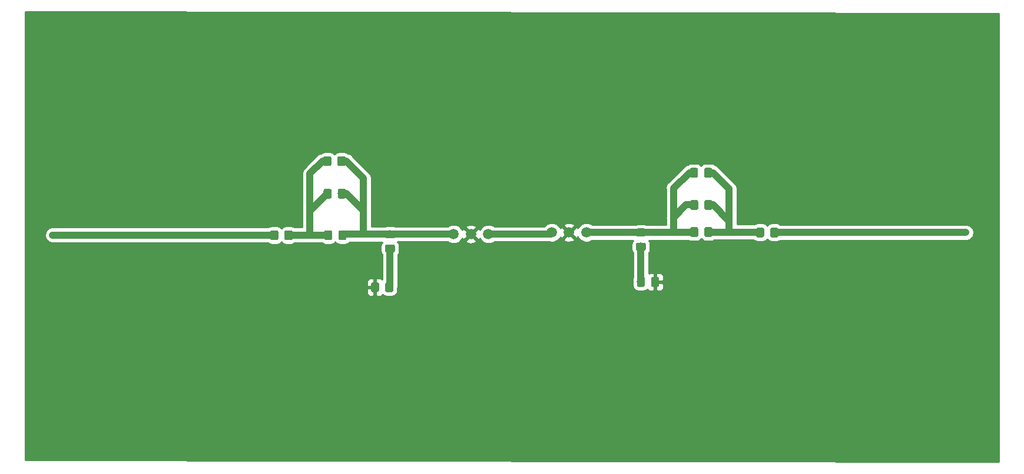
<source format=gtl>
G04 #@! TF.GenerationSoftware,KiCad,Pcbnew,(5.0.1-3-g963ef8bb5)*
G04 #@! TF.CreationDate,2019-03-13T12:13:05-07:00*
G04 #@! TF.ProjectId,10.7MHz Impedance Match Test Board,31302E374D487A20496D706564616E63,rev?*
G04 #@! TF.SameCoordinates,Original*
G04 #@! TF.FileFunction,Copper,L1,Top,Signal*
G04 #@! TF.FilePolarity,Positive*
%FSLAX46Y46*%
G04 Gerber Fmt 4.6, Leading zero omitted, Abs format (unit mm)*
G04 Created by KiCad (PCBNEW (5.0.1-3-g963ef8bb5)) date Wednesday, March 13, 2019 at 12:13:05 PM*
%MOMM*%
%LPD*%
G01*
G04 APERTURE LIST*
G04 #@! TA.AperFunction,Conductor*
%ADD10C,0.100000*%
G04 #@! TD*
G04 #@! TA.AperFunction,SMDPad,CuDef*
%ADD11C,1.150000*%
G04 #@! TD*
G04 #@! TA.AperFunction,ComponentPad*
%ADD12C,1.500000*%
G04 #@! TD*
G04 #@! TA.AperFunction,Conductor*
%ADD13C,0.250000*%
G04 #@! TD*
G04 #@! TA.AperFunction,Conductor*
%ADD14C,1.000000*%
G04 #@! TD*
G04 #@! TA.AperFunction,Conductor*
%ADD15C,0.254000*%
G04 #@! TD*
G04 APERTURE END LIST*
D10*
G04 #@! TO.N,Net-(C1-Pad1)*
G04 #@! TO.C,C1*
G36*
X217318879Y-66801776D02*
X217343147Y-66805376D01*
X217366946Y-66811337D01*
X217390045Y-66819602D01*
X217412224Y-66830092D01*
X217433267Y-66842704D01*
X217452973Y-66857319D01*
X217471151Y-66873795D01*
X217487627Y-66891973D01*
X217502242Y-66911679D01*
X217514854Y-66932722D01*
X217525344Y-66954901D01*
X217533609Y-66978000D01*
X217539570Y-67001799D01*
X217543170Y-67026067D01*
X217544374Y-67050571D01*
X217544374Y-67950573D01*
X217543170Y-67975077D01*
X217539570Y-67999345D01*
X217533609Y-68023144D01*
X217525344Y-68046243D01*
X217514854Y-68068422D01*
X217502242Y-68089465D01*
X217487627Y-68109171D01*
X217471151Y-68127349D01*
X217452973Y-68143825D01*
X217433267Y-68158440D01*
X217412224Y-68171052D01*
X217390045Y-68181542D01*
X217366946Y-68189807D01*
X217343147Y-68195768D01*
X217318879Y-68199368D01*
X217294375Y-68200572D01*
X216644373Y-68200572D01*
X216619869Y-68199368D01*
X216595601Y-68195768D01*
X216571802Y-68189807D01*
X216548703Y-68181542D01*
X216526524Y-68171052D01*
X216505481Y-68158440D01*
X216485775Y-68143825D01*
X216467597Y-68127349D01*
X216451121Y-68109171D01*
X216436506Y-68089465D01*
X216423894Y-68068422D01*
X216413404Y-68046243D01*
X216405139Y-68023144D01*
X216399178Y-67999345D01*
X216395578Y-67975077D01*
X216394374Y-67950573D01*
X216394374Y-67050571D01*
X216395578Y-67026067D01*
X216399178Y-67001799D01*
X216405139Y-66978000D01*
X216413404Y-66954901D01*
X216423894Y-66932722D01*
X216436506Y-66911679D01*
X216451121Y-66891973D01*
X216467597Y-66873795D01*
X216485775Y-66857319D01*
X216505481Y-66842704D01*
X216526524Y-66830092D01*
X216548703Y-66819602D01*
X216571802Y-66811337D01*
X216595601Y-66805376D01*
X216619869Y-66801776D01*
X216644373Y-66800572D01*
X217294375Y-66800572D01*
X217318879Y-66801776D01*
X217318879Y-66801776D01*
G37*
D11*
G04 #@! TD*
G04 #@! TO.P,C1,1*
G04 #@! TO.N,Net-(C1-Pad1)*
X216969374Y-67500572D03*
D10*
G04 #@! TO.N,Net-(C1-Pad2)*
G04 #@! TO.C,C1*
G36*
X215268879Y-66801776D02*
X215293147Y-66805376D01*
X215316946Y-66811337D01*
X215340045Y-66819602D01*
X215362224Y-66830092D01*
X215383267Y-66842704D01*
X215402973Y-66857319D01*
X215421151Y-66873795D01*
X215437627Y-66891973D01*
X215452242Y-66911679D01*
X215464854Y-66932722D01*
X215475344Y-66954901D01*
X215483609Y-66978000D01*
X215489570Y-67001799D01*
X215493170Y-67026067D01*
X215494374Y-67050571D01*
X215494374Y-67950573D01*
X215493170Y-67975077D01*
X215489570Y-67999345D01*
X215483609Y-68023144D01*
X215475344Y-68046243D01*
X215464854Y-68068422D01*
X215452242Y-68089465D01*
X215437627Y-68109171D01*
X215421151Y-68127349D01*
X215402973Y-68143825D01*
X215383267Y-68158440D01*
X215362224Y-68171052D01*
X215340045Y-68181542D01*
X215316946Y-68189807D01*
X215293147Y-68195768D01*
X215268879Y-68199368D01*
X215244375Y-68200572D01*
X214594373Y-68200572D01*
X214569869Y-68199368D01*
X214545601Y-68195768D01*
X214521802Y-68189807D01*
X214498703Y-68181542D01*
X214476524Y-68171052D01*
X214455481Y-68158440D01*
X214435775Y-68143825D01*
X214417597Y-68127349D01*
X214401121Y-68109171D01*
X214386506Y-68089465D01*
X214373894Y-68068422D01*
X214363404Y-68046243D01*
X214355139Y-68023144D01*
X214349178Y-67999345D01*
X214345578Y-67975077D01*
X214344374Y-67950573D01*
X214344374Y-67050571D01*
X214345578Y-67026067D01*
X214349178Y-67001799D01*
X214355139Y-66978000D01*
X214363404Y-66954901D01*
X214373894Y-66932722D01*
X214386506Y-66911679D01*
X214401121Y-66891973D01*
X214417597Y-66873795D01*
X214435775Y-66857319D01*
X214455481Y-66842704D01*
X214476524Y-66830092D01*
X214498703Y-66819602D01*
X214521802Y-66811337D01*
X214545601Y-66805376D01*
X214569869Y-66801776D01*
X214594373Y-66800572D01*
X215244375Y-66800572D01*
X215268879Y-66801776D01*
X215268879Y-66801776D01*
G37*
D11*
G04 #@! TD*
G04 #@! TO.P,C1,2*
G04 #@! TO.N,Net-(C1-Pad2)*
X214919374Y-67500572D03*
D10*
G04 #@! TO.N,Net-(C1-Pad2)*
G04 #@! TO.C,C2*
G36*
X215239880Y-58251777D02*
X215264148Y-58255377D01*
X215287947Y-58261338D01*
X215311046Y-58269603D01*
X215333225Y-58280093D01*
X215354268Y-58292705D01*
X215373974Y-58307320D01*
X215392152Y-58323796D01*
X215408628Y-58341974D01*
X215423243Y-58361680D01*
X215435855Y-58382723D01*
X215446345Y-58404902D01*
X215454610Y-58428001D01*
X215460571Y-58451800D01*
X215464171Y-58476068D01*
X215465375Y-58500572D01*
X215465375Y-59400574D01*
X215464171Y-59425078D01*
X215460571Y-59449346D01*
X215454610Y-59473145D01*
X215446345Y-59496244D01*
X215435855Y-59518423D01*
X215423243Y-59539466D01*
X215408628Y-59559172D01*
X215392152Y-59577350D01*
X215373974Y-59593826D01*
X215354268Y-59608441D01*
X215333225Y-59621053D01*
X215311046Y-59631543D01*
X215287947Y-59639808D01*
X215264148Y-59645769D01*
X215239880Y-59649369D01*
X215215376Y-59650573D01*
X214565374Y-59650573D01*
X214540870Y-59649369D01*
X214516602Y-59645769D01*
X214492803Y-59639808D01*
X214469704Y-59631543D01*
X214447525Y-59621053D01*
X214426482Y-59608441D01*
X214406776Y-59593826D01*
X214388598Y-59577350D01*
X214372122Y-59559172D01*
X214357507Y-59539466D01*
X214344895Y-59518423D01*
X214334405Y-59496244D01*
X214326140Y-59473145D01*
X214320179Y-59449346D01*
X214316579Y-59425078D01*
X214315375Y-59400574D01*
X214315375Y-58500572D01*
X214316579Y-58476068D01*
X214320179Y-58451800D01*
X214326140Y-58428001D01*
X214334405Y-58404902D01*
X214344895Y-58382723D01*
X214357507Y-58361680D01*
X214372122Y-58341974D01*
X214388598Y-58323796D01*
X214406776Y-58307320D01*
X214426482Y-58292705D01*
X214447525Y-58280093D01*
X214469704Y-58269603D01*
X214492803Y-58261338D01*
X214516602Y-58255377D01*
X214540870Y-58251777D01*
X214565374Y-58250573D01*
X215215376Y-58250573D01*
X215239880Y-58251777D01*
X215239880Y-58251777D01*
G37*
D11*
G04 #@! TD*
G04 #@! TO.P,C2,2*
G04 #@! TO.N,Net-(C1-Pad2)*
X214890375Y-58950573D03*
D10*
G04 #@! TO.N,Net-(C1-Pad1)*
G04 #@! TO.C,C2*
G36*
X217289880Y-58251777D02*
X217314148Y-58255377D01*
X217337947Y-58261338D01*
X217361046Y-58269603D01*
X217383225Y-58280093D01*
X217404268Y-58292705D01*
X217423974Y-58307320D01*
X217442152Y-58323796D01*
X217458628Y-58341974D01*
X217473243Y-58361680D01*
X217485855Y-58382723D01*
X217496345Y-58404902D01*
X217504610Y-58428001D01*
X217510571Y-58451800D01*
X217514171Y-58476068D01*
X217515375Y-58500572D01*
X217515375Y-59400574D01*
X217514171Y-59425078D01*
X217510571Y-59449346D01*
X217504610Y-59473145D01*
X217496345Y-59496244D01*
X217485855Y-59518423D01*
X217473243Y-59539466D01*
X217458628Y-59559172D01*
X217442152Y-59577350D01*
X217423974Y-59593826D01*
X217404268Y-59608441D01*
X217383225Y-59621053D01*
X217361046Y-59631543D01*
X217337947Y-59639808D01*
X217314148Y-59645769D01*
X217289880Y-59649369D01*
X217265376Y-59650573D01*
X216615374Y-59650573D01*
X216590870Y-59649369D01*
X216566602Y-59645769D01*
X216542803Y-59639808D01*
X216519704Y-59631543D01*
X216497525Y-59621053D01*
X216476482Y-59608441D01*
X216456776Y-59593826D01*
X216438598Y-59577350D01*
X216422122Y-59559172D01*
X216407507Y-59539466D01*
X216394895Y-59518423D01*
X216384405Y-59496244D01*
X216376140Y-59473145D01*
X216370179Y-59449346D01*
X216366579Y-59425078D01*
X216365375Y-59400574D01*
X216365375Y-58500572D01*
X216366579Y-58476068D01*
X216370179Y-58451800D01*
X216376140Y-58428001D01*
X216384405Y-58404902D01*
X216394895Y-58382723D01*
X216407507Y-58361680D01*
X216422122Y-58341974D01*
X216438598Y-58323796D01*
X216456776Y-58307320D01*
X216476482Y-58292705D01*
X216497525Y-58280093D01*
X216519704Y-58269603D01*
X216542803Y-58261338D01*
X216566602Y-58255377D01*
X216590870Y-58251777D01*
X216615374Y-58250573D01*
X217265376Y-58250573D01*
X217289880Y-58251777D01*
X217289880Y-58251777D01*
G37*
D11*
G04 #@! TD*
G04 #@! TO.P,C2,1*
G04 #@! TO.N,Net-(C1-Pad1)*
X216940375Y-58950573D03*
D10*
G04 #@! TO.N,Net-(C3-Pad1)*
G04 #@! TO.C,C3*
G36*
X162519505Y-56578204D02*
X162543773Y-56581804D01*
X162567572Y-56587765D01*
X162590671Y-56596030D01*
X162612850Y-56606520D01*
X162633893Y-56619132D01*
X162653599Y-56633747D01*
X162671777Y-56650223D01*
X162688253Y-56668401D01*
X162702868Y-56688107D01*
X162715480Y-56709150D01*
X162725970Y-56731329D01*
X162734235Y-56754428D01*
X162740196Y-56778227D01*
X162743796Y-56802495D01*
X162745000Y-56826999D01*
X162745000Y-57727001D01*
X162743796Y-57751505D01*
X162740196Y-57775773D01*
X162734235Y-57799572D01*
X162725970Y-57822671D01*
X162715480Y-57844850D01*
X162702868Y-57865893D01*
X162688253Y-57885599D01*
X162671777Y-57903777D01*
X162653599Y-57920253D01*
X162633893Y-57934868D01*
X162612850Y-57947480D01*
X162590671Y-57957970D01*
X162567572Y-57966235D01*
X162543773Y-57972196D01*
X162519505Y-57975796D01*
X162495001Y-57977000D01*
X161844999Y-57977000D01*
X161820495Y-57975796D01*
X161796227Y-57972196D01*
X161772428Y-57966235D01*
X161749329Y-57957970D01*
X161727150Y-57947480D01*
X161706107Y-57934868D01*
X161686401Y-57920253D01*
X161668223Y-57903777D01*
X161651747Y-57885599D01*
X161637132Y-57865893D01*
X161624520Y-57844850D01*
X161614030Y-57822671D01*
X161605765Y-57799572D01*
X161599804Y-57775773D01*
X161596204Y-57751505D01*
X161595000Y-57727001D01*
X161595000Y-56826999D01*
X161596204Y-56802495D01*
X161599804Y-56778227D01*
X161605765Y-56754428D01*
X161614030Y-56731329D01*
X161624520Y-56709150D01*
X161637132Y-56688107D01*
X161651747Y-56668401D01*
X161668223Y-56650223D01*
X161686401Y-56633747D01*
X161706107Y-56619132D01*
X161727150Y-56606520D01*
X161749329Y-56596030D01*
X161772428Y-56587765D01*
X161796227Y-56581804D01*
X161820495Y-56578204D01*
X161844999Y-56577000D01*
X162495001Y-56577000D01*
X162519505Y-56578204D01*
X162519505Y-56578204D01*
G37*
D11*
G04 #@! TD*
G04 #@! TO.P,C3,1*
G04 #@! TO.N,Net-(C3-Pad1)*
X162170000Y-57277000D03*
D10*
G04 #@! TO.N,Net-(C3-Pad2)*
G04 #@! TO.C,C3*
G36*
X164569505Y-56578204D02*
X164593773Y-56581804D01*
X164617572Y-56587765D01*
X164640671Y-56596030D01*
X164662850Y-56606520D01*
X164683893Y-56619132D01*
X164703599Y-56633747D01*
X164721777Y-56650223D01*
X164738253Y-56668401D01*
X164752868Y-56688107D01*
X164765480Y-56709150D01*
X164775970Y-56731329D01*
X164784235Y-56754428D01*
X164790196Y-56778227D01*
X164793796Y-56802495D01*
X164795000Y-56826999D01*
X164795000Y-57727001D01*
X164793796Y-57751505D01*
X164790196Y-57775773D01*
X164784235Y-57799572D01*
X164775970Y-57822671D01*
X164765480Y-57844850D01*
X164752868Y-57865893D01*
X164738253Y-57885599D01*
X164721777Y-57903777D01*
X164703599Y-57920253D01*
X164683893Y-57934868D01*
X164662850Y-57947480D01*
X164640671Y-57957970D01*
X164617572Y-57966235D01*
X164593773Y-57972196D01*
X164569505Y-57975796D01*
X164545001Y-57977000D01*
X163894999Y-57977000D01*
X163870495Y-57975796D01*
X163846227Y-57972196D01*
X163822428Y-57966235D01*
X163799329Y-57957970D01*
X163777150Y-57947480D01*
X163756107Y-57934868D01*
X163736401Y-57920253D01*
X163718223Y-57903777D01*
X163701747Y-57885599D01*
X163687132Y-57865893D01*
X163674520Y-57844850D01*
X163664030Y-57822671D01*
X163655765Y-57799572D01*
X163649804Y-57775773D01*
X163646204Y-57751505D01*
X163645000Y-57727001D01*
X163645000Y-56826999D01*
X163646204Y-56802495D01*
X163649804Y-56778227D01*
X163655765Y-56754428D01*
X163664030Y-56731329D01*
X163674520Y-56709150D01*
X163687132Y-56688107D01*
X163701747Y-56668401D01*
X163718223Y-56650223D01*
X163736401Y-56633747D01*
X163756107Y-56619132D01*
X163777150Y-56606520D01*
X163799329Y-56596030D01*
X163822428Y-56587765D01*
X163846227Y-56581804D01*
X163870495Y-56578204D01*
X163894999Y-56577000D01*
X164545001Y-56577000D01*
X164569505Y-56578204D01*
X164569505Y-56578204D01*
G37*
D11*
G04 #@! TD*
G04 #@! TO.P,C3,2*
G04 #@! TO.N,Net-(C3-Pad2)*
X164220000Y-57277000D03*
D10*
G04 #@! TO.N,Net-(C1-Pad1)*
G04 #@! TO.C,C4*
G36*
X217318879Y-62901776D02*
X217343147Y-62905376D01*
X217366946Y-62911337D01*
X217390045Y-62919602D01*
X217412224Y-62930092D01*
X217433267Y-62942704D01*
X217452973Y-62957319D01*
X217471151Y-62973795D01*
X217487627Y-62991973D01*
X217502242Y-63011679D01*
X217514854Y-63032722D01*
X217525344Y-63054901D01*
X217533609Y-63078000D01*
X217539570Y-63101799D01*
X217543170Y-63126067D01*
X217544374Y-63150571D01*
X217544374Y-64050573D01*
X217543170Y-64075077D01*
X217539570Y-64099345D01*
X217533609Y-64123144D01*
X217525344Y-64146243D01*
X217514854Y-64168422D01*
X217502242Y-64189465D01*
X217487627Y-64209171D01*
X217471151Y-64227349D01*
X217452973Y-64243825D01*
X217433267Y-64258440D01*
X217412224Y-64271052D01*
X217390045Y-64281542D01*
X217366946Y-64289807D01*
X217343147Y-64295768D01*
X217318879Y-64299368D01*
X217294375Y-64300572D01*
X216644373Y-64300572D01*
X216619869Y-64299368D01*
X216595601Y-64295768D01*
X216571802Y-64289807D01*
X216548703Y-64281542D01*
X216526524Y-64271052D01*
X216505481Y-64258440D01*
X216485775Y-64243825D01*
X216467597Y-64227349D01*
X216451121Y-64209171D01*
X216436506Y-64189465D01*
X216423894Y-64168422D01*
X216413404Y-64146243D01*
X216405139Y-64123144D01*
X216399178Y-64099345D01*
X216395578Y-64075077D01*
X216394374Y-64050573D01*
X216394374Y-63150571D01*
X216395578Y-63126067D01*
X216399178Y-63101799D01*
X216405139Y-63078000D01*
X216413404Y-63054901D01*
X216423894Y-63032722D01*
X216436506Y-63011679D01*
X216451121Y-62991973D01*
X216467597Y-62973795D01*
X216485775Y-62957319D01*
X216505481Y-62942704D01*
X216526524Y-62930092D01*
X216548703Y-62919602D01*
X216571802Y-62911337D01*
X216595601Y-62905376D01*
X216619869Y-62901776D01*
X216644373Y-62900572D01*
X217294375Y-62900572D01*
X217318879Y-62901776D01*
X217318879Y-62901776D01*
G37*
D11*
G04 #@! TD*
G04 #@! TO.P,C4,1*
G04 #@! TO.N,Net-(C1-Pad1)*
X216969374Y-63600572D03*
D10*
G04 #@! TO.N,Net-(C1-Pad2)*
G04 #@! TO.C,C4*
G36*
X215268879Y-62901776D02*
X215293147Y-62905376D01*
X215316946Y-62911337D01*
X215340045Y-62919602D01*
X215362224Y-62930092D01*
X215383267Y-62942704D01*
X215402973Y-62957319D01*
X215421151Y-62973795D01*
X215437627Y-62991973D01*
X215452242Y-63011679D01*
X215464854Y-63032722D01*
X215475344Y-63054901D01*
X215483609Y-63078000D01*
X215489570Y-63101799D01*
X215493170Y-63126067D01*
X215494374Y-63150571D01*
X215494374Y-64050573D01*
X215493170Y-64075077D01*
X215489570Y-64099345D01*
X215483609Y-64123144D01*
X215475344Y-64146243D01*
X215464854Y-64168422D01*
X215452242Y-64189465D01*
X215437627Y-64209171D01*
X215421151Y-64227349D01*
X215402973Y-64243825D01*
X215383267Y-64258440D01*
X215362224Y-64271052D01*
X215340045Y-64281542D01*
X215316946Y-64289807D01*
X215293147Y-64295768D01*
X215268879Y-64299368D01*
X215244375Y-64300572D01*
X214594373Y-64300572D01*
X214569869Y-64299368D01*
X214545601Y-64295768D01*
X214521802Y-64289807D01*
X214498703Y-64281542D01*
X214476524Y-64271052D01*
X214455481Y-64258440D01*
X214435775Y-64243825D01*
X214417597Y-64227349D01*
X214401121Y-64209171D01*
X214386506Y-64189465D01*
X214373894Y-64168422D01*
X214363404Y-64146243D01*
X214355139Y-64123144D01*
X214349178Y-64099345D01*
X214345578Y-64075077D01*
X214344374Y-64050573D01*
X214344374Y-63150571D01*
X214345578Y-63126067D01*
X214349178Y-63101799D01*
X214355139Y-63078000D01*
X214363404Y-63054901D01*
X214373894Y-63032722D01*
X214386506Y-63011679D01*
X214401121Y-62991973D01*
X214417597Y-62973795D01*
X214435775Y-62957319D01*
X214455481Y-62942704D01*
X214476524Y-62930092D01*
X214498703Y-62919602D01*
X214521802Y-62911337D01*
X214545601Y-62905376D01*
X214569869Y-62901776D01*
X214594373Y-62900572D01*
X215244375Y-62900572D01*
X215268879Y-62901776D01*
X215268879Y-62901776D01*
G37*
D11*
G04 #@! TD*
G04 #@! TO.P,C4,2*
G04 #@! TO.N,Net-(C1-Pad2)*
X214919374Y-63600572D03*
D10*
G04 #@! TO.N,Net-(C3-Pad2)*
G04 #@! TO.C,C5*
G36*
X164607506Y-61281205D02*
X164631774Y-61284805D01*
X164655573Y-61290766D01*
X164678672Y-61299031D01*
X164700851Y-61309521D01*
X164721894Y-61322133D01*
X164741600Y-61336748D01*
X164759778Y-61353224D01*
X164776254Y-61371402D01*
X164790869Y-61391108D01*
X164803481Y-61412151D01*
X164813971Y-61434330D01*
X164822236Y-61457429D01*
X164828197Y-61481228D01*
X164831797Y-61505496D01*
X164833001Y-61530000D01*
X164833001Y-62430002D01*
X164831797Y-62454506D01*
X164828197Y-62478774D01*
X164822236Y-62502573D01*
X164813971Y-62525672D01*
X164803481Y-62547851D01*
X164790869Y-62568894D01*
X164776254Y-62588600D01*
X164759778Y-62606778D01*
X164741600Y-62623254D01*
X164721894Y-62637869D01*
X164700851Y-62650481D01*
X164678672Y-62660971D01*
X164655573Y-62669236D01*
X164631774Y-62675197D01*
X164607506Y-62678797D01*
X164583002Y-62680001D01*
X163933000Y-62680001D01*
X163908496Y-62678797D01*
X163884228Y-62675197D01*
X163860429Y-62669236D01*
X163837330Y-62660971D01*
X163815151Y-62650481D01*
X163794108Y-62637869D01*
X163774402Y-62623254D01*
X163756224Y-62606778D01*
X163739748Y-62588600D01*
X163725133Y-62568894D01*
X163712521Y-62547851D01*
X163702031Y-62525672D01*
X163693766Y-62502573D01*
X163687805Y-62478774D01*
X163684205Y-62454506D01*
X163683001Y-62430002D01*
X163683001Y-61530000D01*
X163684205Y-61505496D01*
X163687805Y-61481228D01*
X163693766Y-61457429D01*
X163702031Y-61434330D01*
X163712521Y-61412151D01*
X163725133Y-61391108D01*
X163739748Y-61371402D01*
X163756224Y-61353224D01*
X163774402Y-61336748D01*
X163794108Y-61322133D01*
X163815151Y-61309521D01*
X163837330Y-61299031D01*
X163860429Y-61290766D01*
X163884228Y-61284805D01*
X163908496Y-61281205D01*
X163933000Y-61280001D01*
X164583002Y-61280001D01*
X164607506Y-61281205D01*
X164607506Y-61281205D01*
G37*
D11*
G04 #@! TD*
G04 #@! TO.P,C5,2*
G04 #@! TO.N,Net-(C3-Pad2)*
X164258001Y-61980001D03*
D10*
G04 #@! TO.N,Net-(C3-Pad1)*
G04 #@! TO.C,C5*
G36*
X162557506Y-61281205D02*
X162581774Y-61284805D01*
X162605573Y-61290766D01*
X162628672Y-61299031D01*
X162650851Y-61309521D01*
X162671894Y-61322133D01*
X162691600Y-61336748D01*
X162709778Y-61353224D01*
X162726254Y-61371402D01*
X162740869Y-61391108D01*
X162753481Y-61412151D01*
X162763971Y-61434330D01*
X162772236Y-61457429D01*
X162778197Y-61481228D01*
X162781797Y-61505496D01*
X162783001Y-61530000D01*
X162783001Y-62430002D01*
X162781797Y-62454506D01*
X162778197Y-62478774D01*
X162772236Y-62502573D01*
X162763971Y-62525672D01*
X162753481Y-62547851D01*
X162740869Y-62568894D01*
X162726254Y-62588600D01*
X162709778Y-62606778D01*
X162691600Y-62623254D01*
X162671894Y-62637869D01*
X162650851Y-62650481D01*
X162628672Y-62660971D01*
X162605573Y-62669236D01*
X162581774Y-62675197D01*
X162557506Y-62678797D01*
X162533002Y-62680001D01*
X161883000Y-62680001D01*
X161858496Y-62678797D01*
X161834228Y-62675197D01*
X161810429Y-62669236D01*
X161787330Y-62660971D01*
X161765151Y-62650481D01*
X161744108Y-62637869D01*
X161724402Y-62623254D01*
X161706224Y-62606778D01*
X161689748Y-62588600D01*
X161675133Y-62568894D01*
X161662521Y-62547851D01*
X161652031Y-62525672D01*
X161643766Y-62502573D01*
X161637805Y-62478774D01*
X161634205Y-62454506D01*
X161633001Y-62430002D01*
X161633001Y-61530000D01*
X161634205Y-61505496D01*
X161637805Y-61481228D01*
X161643766Y-61457429D01*
X161652031Y-61434330D01*
X161662521Y-61412151D01*
X161675133Y-61391108D01*
X161689748Y-61371402D01*
X161706224Y-61353224D01*
X161724402Y-61336748D01*
X161744108Y-61322133D01*
X161765151Y-61309521D01*
X161787330Y-61299031D01*
X161810429Y-61290766D01*
X161834228Y-61284805D01*
X161858496Y-61281205D01*
X161883000Y-61280001D01*
X162533002Y-61280001D01*
X162557506Y-61281205D01*
X162557506Y-61281205D01*
G37*
D11*
G04 #@! TD*
G04 #@! TO.P,C5,1*
G04 #@! TO.N,Net-(C3-Pad1)*
X162208001Y-61980001D03*
D10*
G04 #@! TO.N,Net-(C3-Pad2)*
G04 #@! TO.C,C6*
G36*
X164696505Y-67246204D02*
X164720773Y-67249804D01*
X164744572Y-67255765D01*
X164767671Y-67264030D01*
X164789850Y-67274520D01*
X164810893Y-67287132D01*
X164830599Y-67301747D01*
X164848777Y-67318223D01*
X164865253Y-67336401D01*
X164879868Y-67356107D01*
X164892480Y-67377150D01*
X164902970Y-67399329D01*
X164911235Y-67422428D01*
X164917196Y-67446227D01*
X164920796Y-67470495D01*
X164922000Y-67494999D01*
X164922000Y-68395001D01*
X164920796Y-68419505D01*
X164917196Y-68443773D01*
X164911235Y-68467572D01*
X164902970Y-68490671D01*
X164892480Y-68512850D01*
X164879868Y-68533893D01*
X164865253Y-68553599D01*
X164848777Y-68571777D01*
X164830599Y-68588253D01*
X164810893Y-68602868D01*
X164789850Y-68615480D01*
X164767671Y-68625970D01*
X164744572Y-68634235D01*
X164720773Y-68640196D01*
X164696505Y-68643796D01*
X164672001Y-68645000D01*
X164021999Y-68645000D01*
X163997495Y-68643796D01*
X163973227Y-68640196D01*
X163949428Y-68634235D01*
X163926329Y-68625970D01*
X163904150Y-68615480D01*
X163883107Y-68602868D01*
X163863401Y-68588253D01*
X163845223Y-68571777D01*
X163828747Y-68553599D01*
X163814132Y-68533893D01*
X163801520Y-68512850D01*
X163791030Y-68490671D01*
X163782765Y-68467572D01*
X163776804Y-68443773D01*
X163773204Y-68419505D01*
X163772000Y-68395001D01*
X163772000Y-67494999D01*
X163773204Y-67470495D01*
X163776804Y-67446227D01*
X163782765Y-67422428D01*
X163791030Y-67399329D01*
X163801520Y-67377150D01*
X163814132Y-67356107D01*
X163828747Y-67336401D01*
X163845223Y-67318223D01*
X163863401Y-67301747D01*
X163883107Y-67287132D01*
X163904150Y-67274520D01*
X163926329Y-67264030D01*
X163949428Y-67255765D01*
X163973227Y-67249804D01*
X163997495Y-67246204D01*
X164021999Y-67245000D01*
X164672001Y-67245000D01*
X164696505Y-67246204D01*
X164696505Y-67246204D01*
G37*
D11*
G04 #@! TD*
G04 #@! TO.P,C6,2*
G04 #@! TO.N,Net-(C3-Pad2)*
X164347000Y-67945000D03*
D10*
G04 #@! TO.N,Net-(C3-Pad1)*
G04 #@! TO.C,C6*
G36*
X162646505Y-67246204D02*
X162670773Y-67249804D01*
X162694572Y-67255765D01*
X162717671Y-67264030D01*
X162739850Y-67274520D01*
X162760893Y-67287132D01*
X162780599Y-67301747D01*
X162798777Y-67318223D01*
X162815253Y-67336401D01*
X162829868Y-67356107D01*
X162842480Y-67377150D01*
X162852970Y-67399329D01*
X162861235Y-67422428D01*
X162867196Y-67446227D01*
X162870796Y-67470495D01*
X162872000Y-67494999D01*
X162872000Y-68395001D01*
X162870796Y-68419505D01*
X162867196Y-68443773D01*
X162861235Y-68467572D01*
X162852970Y-68490671D01*
X162842480Y-68512850D01*
X162829868Y-68533893D01*
X162815253Y-68553599D01*
X162798777Y-68571777D01*
X162780599Y-68588253D01*
X162760893Y-68602868D01*
X162739850Y-68615480D01*
X162717671Y-68625970D01*
X162694572Y-68634235D01*
X162670773Y-68640196D01*
X162646505Y-68643796D01*
X162622001Y-68645000D01*
X161971999Y-68645000D01*
X161947495Y-68643796D01*
X161923227Y-68640196D01*
X161899428Y-68634235D01*
X161876329Y-68625970D01*
X161854150Y-68615480D01*
X161833107Y-68602868D01*
X161813401Y-68588253D01*
X161795223Y-68571777D01*
X161778747Y-68553599D01*
X161764132Y-68533893D01*
X161751520Y-68512850D01*
X161741030Y-68490671D01*
X161732765Y-68467572D01*
X161726804Y-68443773D01*
X161723204Y-68419505D01*
X161722000Y-68395001D01*
X161722000Y-67494999D01*
X161723204Y-67470495D01*
X161726804Y-67446227D01*
X161732765Y-67422428D01*
X161741030Y-67399329D01*
X161751520Y-67377150D01*
X161764132Y-67356107D01*
X161778747Y-67336401D01*
X161795223Y-67318223D01*
X161813401Y-67301747D01*
X161833107Y-67287132D01*
X161854150Y-67274520D01*
X161876329Y-67264030D01*
X161899428Y-67255765D01*
X161923227Y-67249804D01*
X161947495Y-67246204D01*
X161971999Y-67245000D01*
X162622001Y-67245000D01*
X162646505Y-67246204D01*
X162646505Y-67246204D01*
G37*
D11*
G04 #@! TD*
G04 #@! TO.P,C6,1*
G04 #@! TO.N,Net-(C3-Pad1)*
X162297000Y-67945000D03*
D10*
G04 #@! TO.N,Net-(C1-Pad2)*
G04 #@! TO.C,L1*
G36*
X207738505Y-66981204D02*
X207762773Y-66984804D01*
X207786572Y-66990765D01*
X207809671Y-66999030D01*
X207831850Y-67009520D01*
X207852893Y-67022132D01*
X207872599Y-67036747D01*
X207890777Y-67053223D01*
X207907253Y-67071401D01*
X207921868Y-67091107D01*
X207934480Y-67112150D01*
X207944970Y-67134329D01*
X207953235Y-67157428D01*
X207959196Y-67181227D01*
X207962796Y-67205495D01*
X207964000Y-67229999D01*
X207964000Y-67880001D01*
X207962796Y-67904505D01*
X207959196Y-67928773D01*
X207953235Y-67952572D01*
X207944970Y-67975671D01*
X207934480Y-67997850D01*
X207921868Y-68018893D01*
X207907253Y-68038599D01*
X207890777Y-68056777D01*
X207872599Y-68073253D01*
X207852893Y-68087868D01*
X207831850Y-68100480D01*
X207809671Y-68110970D01*
X207786572Y-68119235D01*
X207762773Y-68125196D01*
X207738505Y-68128796D01*
X207714001Y-68130000D01*
X206813999Y-68130000D01*
X206789495Y-68128796D01*
X206765227Y-68125196D01*
X206741428Y-68119235D01*
X206718329Y-68110970D01*
X206696150Y-68100480D01*
X206675107Y-68087868D01*
X206655401Y-68073253D01*
X206637223Y-68056777D01*
X206620747Y-68038599D01*
X206606132Y-68018893D01*
X206593520Y-67997850D01*
X206583030Y-67975671D01*
X206574765Y-67952572D01*
X206568804Y-67928773D01*
X206565204Y-67904505D01*
X206564000Y-67880001D01*
X206564000Y-67229999D01*
X206565204Y-67205495D01*
X206568804Y-67181227D01*
X206574765Y-67157428D01*
X206583030Y-67134329D01*
X206593520Y-67112150D01*
X206606132Y-67091107D01*
X206620747Y-67071401D01*
X206637223Y-67053223D01*
X206655401Y-67036747D01*
X206675107Y-67022132D01*
X206696150Y-67009520D01*
X206718329Y-66999030D01*
X206741428Y-66990765D01*
X206765227Y-66984804D01*
X206789495Y-66981204D01*
X206813999Y-66980000D01*
X207714001Y-66980000D01*
X207738505Y-66981204D01*
X207738505Y-66981204D01*
G37*
D11*
G04 #@! TD*
G04 #@! TO.P,L1,1*
G04 #@! TO.N,Net-(C1-Pad2)*
X207264000Y-67555000D03*
D10*
G04 #@! TO.N,Net-(L1-Pad2)*
G04 #@! TO.C,L1*
G36*
X207738505Y-69031204D02*
X207762773Y-69034804D01*
X207786572Y-69040765D01*
X207809671Y-69049030D01*
X207831850Y-69059520D01*
X207852893Y-69072132D01*
X207872599Y-69086747D01*
X207890777Y-69103223D01*
X207907253Y-69121401D01*
X207921868Y-69141107D01*
X207934480Y-69162150D01*
X207944970Y-69184329D01*
X207953235Y-69207428D01*
X207959196Y-69231227D01*
X207962796Y-69255495D01*
X207964000Y-69279999D01*
X207964000Y-69930001D01*
X207962796Y-69954505D01*
X207959196Y-69978773D01*
X207953235Y-70002572D01*
X207944970Y-70025671D01*
X207934480Y-70047850D01*
X207921868Y-70068893D01*
X207907253Y-70088599D01*
X207890777Y-70106777D01*
X207872599Y-70123253D01*
X207852893Y-70137868D01*
X207831850Y-70150480D01*
X207809671Y-70160970D01*
X207786572Y-70169235D01*
X207762773Y-70175196D01*
X207738505Y-70178796D01*
X207714001Y-70180000D01*
X206813999Y-70180000D01*
X206789495Y-70178796D01*
X206765227Y-70175196D01*
X206741428Y-70169235D01*
X206718329Y-70160970D01*
X206696150Y-70150480D01*
X206675107Y-70137868D01*
X206655401Y-70123253D01*
X206637223Y-70106777D01*
X206620747Y-70088599D01*
X206606132Y-70068893D01*
X206593520Y-70047850D01*
X206583030Y-70025671D01*
X206574765Y-70002572D01*
X206568804Y-69978773D01*
X206565204Y-69954505D01*
X206564000Y-69930001D01*
X206564000Y-69279999D01*
X206565204Y-69255495D01*
X206568804Y-69231227D01*
X206574765Y-69207428D01*
X206583030Y-69184329D01*
X206593520Y-69162150D01*
X206606132Y-69141107D01*
X206620747Y-69121401D01*
X206637223Y-69103223D01*
X206655401Y-69086747D01*
X206675107Y-69072132D01*
X206696150Y-69059520D01*
X206718329Y-69049030D01*
X206741428Y-69040765D01*
X206765227Y-69034804D01*
X206789495Y-69031204D01*
X206813999Y-69030000D01*
X207714001Y-69030000D01*
X207738505Y-69031204D01*
X207738505Y-69031204D01*
G37*
D11*
G04 #@! TD*
G04 #@! TO.P,L1,2*
G04 #@! TO.N,Net-(L1-Pad2)*
X207264000Y-69605000D03*
D10*
G04 #@! TO.N,GND*
G04 #@! TO.C,L2*
G36*
X209654505Y-73977204D02*
X209678773Y-73980804D01*
X209702572Y-73986765D01*
X209725671Y-73995030D01*
X209747850Y-74005520D01*
X209768893Y-74018132D01*
X209788599Y-74032747D01*
X209806777Y-74049223D01*
X209823253Y-74067401D01*
X209837868Y-74087107D01*
X209850480Y-74108150D01*
X209860970Y-74130329D01*
X209869235Y-74153428D01*
X209875196Y-74177227D01*
X209878796Y-74201495D01*
X209880000Y-74225999D01*
X209880000Y-75126001D01*
X209878796Y-75150505D01*
X209875196Y-75174773D01*
X209869235Y-75198572D01*
X209860970Y-75221671D01*
X209850480Y-75243850D01*
X209837868Y-75264893D01*
X209823253Y-75284599D01*
X209806777Y-75302777D01*
X209788599Y-75319253D01*
X209768893Y-75333868D01*
X209747850Y-75346480D01*
X209725671Y-75356970D01*
X209702572Y-75365235D01*
X209678773Y-75371196D01*
X209654505Y-75374796D01*
X209630001Y-75376000D01*
X208979999Y-75376000D01*
X208955495Y-75374796D01*
X208931227Y-75371196D01*
X208907428Y-75365235D01*
X208884329Y-75356970D01*
X208862150Y-75346480D01*
X208841107Y-75333868D01*
X208821401Y-75319253D01*
X208803223Y-75302777D01*
X208786747Y-75284599D01*
X208772132Y-75264893D01*
X208759520Y-75243850D01*
X208749030Y-75221671D01*
X208740765Y-75198572D01*
X208734804Y-75174773D01*
X208731204Y-75150505D01*
X208730000Y-75126001D01*
X208730000Y-74225999D01*
X208731204Y-74201495D01*
X208734804Y-74177227D01*
X208740765Y-74153428D01*
X208749030Y-74130329D01*
X208759520Y-74108150D01*
X208772132Y-74087107D01*
X208786747Y-74067401D01*
X208803223Y-74049223D01*
X208821401Y-74032747D01*
X208841107Y-74018132D01*
X208862150Y-74005520D01*
X208884329Y-73995030D01*
X208907428Y-73986765D01*
X208931227Y-73980804D01*
X208955495Y-73977204D01*
X208979999Y-73976000D01*
X209630001Y-73976000D01*
X209654505Y-73977204D01*
X209654505Y-73977204D01*
G37*
D11*
G04 #@! TD*
G04 #@! TO.P,L2,2*
G04 #@! TO.N,GND*
X209305000Y-74676000D03*
D10*
G04 #@! TO.N,Net-(L1-Pad2)*
G04 #@! TO.C,L2*
G36*
X207604505Y-73977204D02*
X207628773Y-73980804D01*
X207652572Y-73986765D01*
X207675671Y-73995030D01*
X207697850Y-74005520D01*
X207718893Y-74018132D01*
X207738599Y-74032747D01*
X207756777Y-74049223D01*
X207773253Y-74067401D01*
X207787868Y-74087107D01*
X207800480Y-74108150D01*
X207810970Y-74130329D01*
X207819235Y-74153428D01*
X207825196Y-74177227D01*
X207828796Y-74201495D01*
X207830000Y-74225999D01*
X207830000Y-75126001D01*
X207828796Y-75150505D01*
X207825196Y-75174773D01*
X207819235Y-75198572D01*
X207810970Y-75221671D01*
X207800480Y-75243850D01*
X207787868Y-75264893D01*
X207773253Y-75284599D01*
X207756777Y-75302777D01*
X207738599Y-75319253D01*
X207718893Y-75333868D01*
X207697850Y-75346480D01*
X207675671Y-75356970D01*
X207652572Y-75365235D01*
X207628773Y-75371196D01*
X207604505Y-75374796D01*
X207580001Y-75376000D01*
X206929999Y-75376000D01*
X206905495Y-75374796D01*
X206881227Y-75371196D01*
X206857428Y-75365235D01*
X206834329Y-75356970D01*
X206812150Y-75346480D01*
X206791107Y-75333868D01*
X206771401Y-75319253D01*
X206753223Y-75302777D01*
X206736747Y-75284599D01*
X206722132Y-75264893D01*
X206709520Y-75243850D01*
X206699030Y-75221671D01*
X206690765Y-75198572D01*
X206684804Y-75174773D01*
X206681204Y-75150505D01*
X206680000Y-75126001D01*
X206680000Y-74225999D01*
X206681204Y-74201495D01*
X206684804Y-74177227D01*
X206690765Y-74153428D01*
X206699030Y-74130329D01*
X206709520Y-74108150D01*
X206722132Y-74087107D01*
X206736747Y-74067401D01*
X206753223Y-74049223D01*
X206771401Y-74032747D01*
X206791107Y-74018132D01*
X206812150Y-74005520D01*
X206834329Y-73995030D01*
X206857428Y-73986765D01*
X206881227Y-73980804D01*
X206905495Y-73977204D01*
X206929999Y-73976000D01*
X207580001Y-73976000D01*
X207604505Y-73977204D01*
X207604505Y-73977204D01*
G37*
D11*
G04 #@! TD*
G04 #@! TO.P,L2,1*
G04 #@! TO.N,Net-(L1-Pad2)*
X207255000Y-74676000D03*
D10*
G04 #@! TO.N,GND*
G04 #@! TO.C,L3*
G36*
X169377505Y-74739204D02*
X169401773Y-74742804D01*
X169425572Y-74748765D01*
X169448671Y-74757030D01*
X169470850Y-74767520D01*
X169491893Y-74780132D01*
X169511599Y-74794747D01*
X169529777Y-74811223D01*
X169546253Y-74829401D01*
X169560868Y-74849107D01*
X169573480Y-74870150D01*
X169583970Y-74892329D01*
X169592235Y-74915428D01*
X169598196Y-74939227D01*
X169601796Y-74963495D01*
X169603000Y-74987999D01*
X169603000Y-75888001D01*
X169601796Y-75912505D01*
X169598196Y-75936773D01*
X169592235Y-75960572D01*
X169583970Y-75983671D01*
X169573480Y-76005850D01*
X169560868Y-76026893D01*
X169546253Y-76046599D01*
X169529777Y-76064777D01*
X169511599Y-76081253D01*
X169491893Y-76095868D01*
X169470850Y-76108480D01*
X169448671Y-76118970D01*
X169425572Y-76127235D01*
X169401773Y-76133196D01*
X169377505Y-76136796D01*
X169353001Y-76138000D01*
X168702999Y-76138000D01*
X168678495Y-76136796D01*
X168654227Y-76133196D01*
X168630428Y-76127235D01*
X168607329Y-76118970D01*
X168585150Y-76108480D01*
X168564107Y-76095868D01*
X168544401Y-76081253D01*
X168526223Y-76064777D01*
X168509747Y-76046599D01*
X168495132Y-76026893D01*
X168482520Y-76005850D01*
X168472030Y-75983671D01*
X168463765Y-75960572D01*
X168457804Y-75936773D01*
X168454204Y-75912505D01*
X168453000Y-75888001D01*
X168453000Y-74987999D01*
X168454204Y-74963495D01*
X168457804Y-74939227D01*
X168463765Y-74915428D01*
X168472030Y-74892329D01*
X168482520Y-74870150D01*
X168495132Y-74849107D01*
X168509747Y-74829401D01*
X168526223Y-74811223D01*
X168544401Y-74794747D01*
X168564107Y-74780132D01*
X168585150Y-74767520D01*
X168607329Y-74757030D01*
X168630428Y-74748765D01*
X168654227Y-74742804D01*
X168678495Y-74739204D01*
X168702999Y-74738000D01*
X169353001Y-74738000D01*
X169377505Y-74739204D01*
X169377505Y-74739204D01*
G37*
D11*
G04 #@! TD*
G04 #@! TO.P,L3,2*
G04 #@! TO.N,GND*
X169028000Y-75438000D03*
D10*
G04 #@! TO.N,Net-(L3-Pad1)*
G04 #@! TO.C,L3*
G36*
X171427505Y-74739204D02*
X171451773Y-74742804D01*
X171475572Y-74748765D01*
X171498671Y-74757030D01*
X171520850Y-74767520D01*
X171541893Y-74780132D01*
X171561599Y-74794747D01*
X171579777Y-74811223D01*
X171596253Y-74829401D01*
X171610868Y-74849107D01*
X171623480Y-74870150D01*
X171633970Y-74892329D01*
X171642235Y-74915428D01*
X171648196Y-74939227D01*
X171651796Y-74963495D01*
X171653000Y-74987999D01*
X171653000Y-75888001D01*
X171651796Y-75912505D01*
X171648196Y-75936773D01*
X171642235Y-75960572D01*
X171633970Y-75983671D01*
X171623480Y-76005850D01*
X171610868Y-76026893D01*
X171596253Y-76046599D01*
X171579777Y-76064777D01*
X171561599Y-76081253D01*
X171541893Y-76095868D01*
X171520850Y-76108480D01*
X171498671Y-76118970D01*
X171475572Y-76127235D01*
X171451773Y-76133196D01*
X171427505Y-76136796D01*
X171403001Y-76138000D01*
X170752999Y-76138000D01*
X170728495Y-76136796D01*
X170704227Y-76133196D01*
X170680428Y-76127235D01*
X170657329Y-76118970D01*
X170635150Y-76108480D01*
X170614107Y-76095868D01*
X170594401Y-76081253D01*
X170576223Y-76064777D01*
X170559747Y-76046599D01*
X170545132Y-76026893D01*
X170532520Y-76005850D01*
X170522030Y-75983671D01*
X170513765Y-75960572D01*
X170507804Y-75936773D01*
X170504204Y-75912505D01*
X170503000Y-75888001D01*
X170503000Y-74987999D01*
X170504204Y-74963495D01*
X170507804Y-74939227D01*
X170513765Y-74915428D01*
X170522030Y-74892329D01*
X170532520Y-74870150D01*
X170545132Y-74849107D01*
X170559747Y-74829401D01*
X170576223Y-74811223D01*
X170594401Y-74794747D01*
X170614107Y-74780132D01*
X170635150Y-74767520D01*
X170657329Y-74757030D01*
X170680428Y-74748765D01*
X170704227Y-74742804D01*
X170728495Y-74739204D01*
X170752999Y-74738000D01*
X171403001Y-74738000D01*
X171427505Y-74739204D01*
X171427505Y-74739204D01*
G37*
D11*
G04 #@! TD*
G04 #@! TO.P,L3,1*
G04 #@! TO.N,Net-(L3-Pad1)*
X171078000Y-75438000D03*
D10*
G04 #@! TO.N,Net-(C3-Pad2)*
G04 #@! TO.C,L4*
G36*
X171670505Y-67244204D02*
X171694773Y-67247804D01*
X171718572Y-67253765D01*
X171741671Y-67262030D01*
X171763850Y-67272520D01*
X171784893Y-67285132D01*
X171804599Y-67299747D01*
X171822777Y-67316223D01*
X171839253Y-67334401D01*
X171853868Y-67354107D01*
X171866480Y-67375150D01*
X171876970Y-67397329D01*
X171885235Y-67420428D01*
X171891196Y-67444227D01*
X171894796Y-67468495D01*
X171896000Y-67492999D01*
X171896000Y-68143001D01*
X171894796Y-68167505D01*
X171891196Y-68191773D01*
X171885235Y-68215572D01*
X171876970Y-68238671D01*
X171866480Y-68260850D01*
X171853868Y-68281893D01*
X171839253Y-68301599D01*
X171822777Y-68319777D01*
X171804599Y-68336253D01*
X171784893Y-68350868D01*
X171763850Y-68363480D01*
X171741671Y-68373970D01*
X171718572Y-68382235D01*
X171694773Y-68388196D01*
X171670505Y-68391796D01*
X171646001Y-68393000D01*
X170745999Y-68393000D01*
X170721495Y-68391796D01*
X170697227Y-68388196D01*
X170673428Y-68382235D01*
X170650329Y-68373970D01*
X170628150Y-68363480D01*
X170607107Y-68350868D01*
X170587401Y-68336253D01*
X170569223Y-68319777D01*
X170552747Y-68301599D01*
X170538132Y-68281893D01*
X170525520Y-68260850D01*
X170515030Y-68238671D01*
X170506765Y-68215572D01*
X170500804Y-68191773D01*
X170497204Y-68167505D01*
X170496000Y-68143001D01*
X170496000Y-67492999D01*
X170497204Y-67468495D01*
X170500804Y-67444227D01*
X170506765Y-67420428D01*
X170515030Y-67397329D01*
X170525520Y-67375150D01*
X170538132Y-67354107D01*
X170552747Y-67334401D01*
X170569223Y-67316223D01*
X170587401Y-67299747D01*
X170607107Y-67285132D01*
X170628150Y-67272520D01*
X170650329Y-67262030D01*
X170673428Y-67253765D01*
X170697227Y-67247804D01*
X170721495Y-67244204D01*
X170745999Y-67243000D01*
X171646001Y-67243000D01*
X171670505Y-67244204D01*
X171670505Y-67244204D01*
G37*
D11*
G04 #@! TD*
G04 #@! TO.P,L4,1*
G04 #@! TO.N,Net-(C3-Pad2)*
X171196000Y-67818000D03*
D10*
G04 #@! TO.N,Net-(L3-Pad1)*
G04 #@! TO.C,L4*
G36*
X171670505Y-69294204D02*
X171694773Y-69297804D01*
X171718572Y-69303765D01*
X171741671Y-69312030D01*
X171763850Y-69322520D01*
X171784893Y-69335132D01*
X171804599Y-69349747D01*
X171822777Y-69366223D01*
X171839253Y-69384401D01*
X171853868Y-69404107D01*
X171866480Y-69425150D01*
X171876970Y-69447329D01*
X171885235Y-69470428D01*
X171891196Y-69494227D01*
X171894796Y-69518495D01*
X171896000Y-69542999D01*
X171896000Y-70193001D01*
X171894796Y-70217505D01*
X171891196Y-70241773D01*
X171885235Y-70265572D01*
X171876970Y-70288671D01*
X171866480Y-70310850D01*
X171853868Y-70331893D01*
X171839253Y-70351599D01*
X171822777Y-70369777D01*
X171804599Y-70386253D01*
X171784893Y-70400868D01*
X171763850Y-70413480D01*
X171741671Y-70423970D01*
X171718572Y-70432235D01*
X171694773Y-70438196D01*
X171670505Y-70441796D01*
X171646001Y-70443000D01*
X170745999Y-70443000D01*
X170721495Y-70441796D01*
X170697227Y-70438196D01*
X170673428Y-70432235D01*
X170650329Y-70423970D01*
X170628150Y-70413480D01*
X170607107Y-70400868D01*
X170587401Y-70386253D01*
X170569223Y-70369777D01*
X170552747Y-70351599D01*
X170538132Y-70331893D01*
X170525520Y-70310850D01*
X170515030Y-70288671D01*
X170506765Y-70265572D01*
X170500804Y-70241773D01*
X170497204Y-70217505D01*
X170496000Y-70193001D01*
X170496000Y-69542999D01*
X170497204Y-69518495D01*
X170500804Y-69494227D01*
X170506765Y-69470428D01*
X170515030Y-69447329D01*
X170525520Y-69425150D01*
X170538132Y-69404107D01*
X170552747Y-69384401D01*
X170569223Y-69366223D01*
X170587401Y-69349747D01*
X170607107Y-69335132D01*
X170628150Y-69322520D01*
X170650329Y-69312030D01*
X170673428Y-69303765D01*
X170697227Y-69297804D01*
X170721495Y-69294204D01*
X170745999Y-69293000D01*
X171646001Y-69293000D01*
X171670505Y-69294204D01*
X171670505Y-69294204D01*
G37*
D11*
G04 #@! TD*
G04 #@! TO.P,L4,2*
G04 #@! TO.N,Net-(L3-Pad1)*
X171196000Y-69868000D03*
D10*
G04 #@! TO.N,Net-(C3-Pad1)*
G04 #@! TO.C,R1*
G36*
X156949505Y-67246204D02*
X156973773Y-67249804D01*
X156997572Y-67255765D01*
X157020671Y-67264030D01*
X157042850Y-67274520D01*
X157063893Y-67287132D01*
X157083599Y-67301747D01*
X157101777Y-67318223D01*
X157118253Y-67336401D01*
X157132868Y-67356107D01*
X157145480Y-67377150D01*
X157155970Y-67399329D01*
X157164235Y-67422428D01*
X157170196Y-67446227D01*
X157173796Y-67470495D01*
X157175000Y-67494999D01*
X157175000Y-68395001D01*
X157173796Y-68419505D01*
X157170196Y-68443773D01*
X157164235Y-68467572D01*
X157155970Y-68490671D01*
X157145480Y-68512850D01*
X157132868Y-68533893D01*
X157118253Y-68553599D01*
X157101777Y-68571777D01*
X157083599Y-68588253D01*
X157063893Y-68602868D01*
X157042850Y-68615480D01*
X157020671Y-68625970D01*
X156997572Y-68634235D01*
X156973773Y-68640196D01*
X156949505Y-68643796D01*
X156925001Y-68645000D01*
X156274999Y-68645000D01*
X156250495Y-68643796D01*
X156226227Y-68640196D01*
X156202428Y-68634235D01*
X156179329Y-68625970D01*
X156157150Y-68615480D01*
X156136107Y-68602868D01*
X156116401Y-68588253D01*
X156098223Y-68571777D01*
X156081747Y-68553599D01*
X156067132Y-68533893D01*
X156054520Y-68512850D01*
X156044030Y-68490671D01*
X156035765Y-68467572D01*
X156029804Y-68443773D01*
X156026204Y-68419505D01*
X156025000Y-68395001D01*
X156025000Y-67494999D01*
X156026204Y-67470495D01*
X156029804Y-67446227D01*
X156035765Y-67422428D01*
X156044030Y-67399329D01*
X156054520Y-67377150D01*
X156067132Y-67356107D01*
X156081747Y-67336401D01*
X156098223Y-67318223D01*
X156116401Y-67301747D01*
X156136107Y-67287132D01*
X156157150Y-67274520D01*
X156179329Y-67264030D01*
X156202428Y-67255765D01*
X156226227Y-67249804D01*
X156250495Y-67246204D01*
X156274999Y-67245000D01*
X156925001Y-67245000D01*
X156949505Y-67246204D01*
X156949505Y-67246204D01*
G37*
D11*
G04 #@! TD*
G04 #@! TO.P,R1,2*
G04 #@! TO.N,Net-(C3-Pad1)*
X156600000Y-67945000D03*
D10*
G04 #@! TO.N,Net-(R1-Pad1)*
G04 #@! TO.C,R1*
G36*
X154899505Y-67246204D02*
X154923773Y-67249804D01*
X154947572Y-67255765D01*
X154970671Y-67264030D01*
X154992850Y-67274520D01*
X155013893Y-67287132D01*
X155033599Y-67301747D01*
X155051777Y-67318223D01*
X155068253Y-67336401D01*
X155082868Y-67356107D01*
X155095480Y-67377150D01*
X155105970Y-67399329D01*
X155114235Y-67422428D01*
X155120196Y-67446227D01*
X155123796Y-67470495D01*
X155125000Y-67494999D01*
X155125000Y-68395001D01*
X155123796Y-68419505D01*
X155120196Y-68443773D01*
X155114235Y-68467572D01*
X155105970Y-68490671D01*
X155095480Y-68512850D01*
X155082868Y-68533893D01*
X155068253Y-68553599D01*
X155051777Y-68571777D01*
X155033599Y-68588253D01*
X155013893Y-68602868D01*
X154992850Y-68615480D01*
X154970671Y-68625970D01*
X154947572Y-68634235D01*
X154923773Y-68640196D01*
X154899505Y-68643796D01*
X154875001Y-68645000D01*
X154224999Y-68645000D01*
X154200495Y-68643796D01*
X154176227Y-68640196D01*
X154152428Y-68634235D01*
X154129329Y-68625970D01*
X154107150Y-68615480D01*
X154086107Y-68602868D01*
X154066401Y-68588253D01*
X154048223Y-68571777D01*
X154031747Y-68553599D01*
X154017132Y-68533893D01*
X154004520Y-68512850D01*
X153994030Y-68490671D01*
X153985765Y-68467572D01*
X153979804Y-68443773D01*
X153976204Y-68419505D01*
X153975000Y-68395001D01*
X153975000Y-67494999D01*
X153976204Y-67470495D01*
X153979804Y-67446227D01*
X153985765Y-67422428D01*
X153994030Y-67399329D01*
X154004520Y-67377150D01*
X154017132Y-67356107D01*
X154031747Y-67336401D01*
X154048223Y-67318223D01*
X154066401Y-67301747D01*
X154086107Y-67287132D01*
X154107150Y-67274520D01*
X154129329Y-67264030D01*
X154152428Y-67255765D01*
X154176227Y-67249804D01*
X154200495Y-67246204D01*
X154224999Y-67245000D01*
X154875001Y-67245000D01*
X154899505Y-67246204D01*
X154899505Y-67246204D01*
G37*
D11*
G04 #@! TD*
G04 #@! TO.P,R1,1*
G04 #@! TO.N,Net-(R1-Pad1)*
X154550000Y-67945000D03*
D10*
G04 #@! TO.N,Net-(R2-Pad1)*
G04 #@! TO.C,R2*
G36*
X226799505Y-66865204D02*
X226823773Y-66868804D01*
X226847572Y-66874765D01*
X226870671Y-66883030D01*
X226892850Y-66893520D01*
X226913893Y-66906132D01*
X226933599Y-66920747D01*
X226951777Y-66937223D01*
X226968253Y-66955401D01*
X226982868Y-66975107D01*
X226995480Y-66996150D01*
X227005970Y-67018329D01*
X227014235Y-67041428D01*
X227020196Y-67065227D01*
X227023796Y-67089495D01*
X227025000Y-67113999D01*
X227025000Y-68014001D01*
X227023796Y-68038505D01*
X227020196Y-68062773D01*
X227014235Y-68086572D01*
X227005970Y-68109671D01*
X226995480Y-68131850D01*
X226982868Y-68152893D01*
X226968253Y-68172599D01*
X226951777Y-68190777D01*
X226933599Y-68207253D01*
X226913893Y-68221868D01*
X226892850Y-68234480D01*
X226870671Y-68244970D01*
X226847572Y-68253235D01*
X226823773Y-68259196D01*
X226799505Y-68262796D01*
X226775001Y-68264000D01*
X226124999Y-68264000D01*
X226100495Y-68262796D01*
X226076227Y-68259196D01*
X226052428Y-68253235D01*
X226029329Y-68244970D01*
X226007150Y-68234480D01*
X225986107Y-68221868D01*
X225966401Y-68207253D01*
X225948223Y-68190777D01*
X225931747Y-68172599D01*
X225917132Y-68152893D01*
X225904520Y-68131850D01*
X225894030Y-68109671D01*
X225885765Y-68086572D01*
X225879804Y-68062773D01*
X225876204Y-68038505D01*
X225875000Y-68014001D01*
X225875000Y-67113999D01*
X225876204Y-67089495D01*
X225879804Y-67065227D01*
X225885765Y-67041428D01*
X225894030Y-67018329D01*
X225904520Y-66996150D01*
X225917132Y-66975107D01*
X225931747Y-66955401D01*
X225948223Y-66937223D01*
X225966401Y-66920747D01*
X225986107Y-66906132D01*
X226007150Y-66893520D01*
X226029329Y-66883030D01*
X226052428Y-66874765D01*
X226076227Y-66868804D01*
X226100495Y-66865204D01*
X226124999Y-66864000D01*
X226775001Y-66864000D01*
X226799505Y-66865204D01*
X226799505Y-66865204D01*
G37*
D11*
G04 #@! TD*
G04 #@! TO.P,R2,1*
G04 #@! TO.N,Net-(R2-Pad1)*
X226450000Y-67564000D03*
D10*
G04 #@! TO.N,Net-(C1-Pad1)*
G04 #@! TO.C,R2*
G36*
X224749505Y-66865204D02*
X224773773Y-66868804D01*
X224797572Y-66874765D01*
X224820671Y-66883030D01*
X224842850Y-66893520D01*
X224863893Y-66906132D01*
X224883599Y-66920747D01*
X224901777Y-66937223D01*
X224918253Y-66955401D01*
X224932868Y-66975107D01*
X224945480Y-66996150D01*
X224955970Y-67018329D01*
X224964235Y-67041428D01*
X224970196Y-67065227D01*
X224973796Y-67089495D01*
X224975000Y-67113999D01*
X224975000Y-68014001D01*
X224973796Y-68038505D01*
X224970196Y-68062773D01*
X224964235Y-68086572D01*
X224955970Y-68109671D01*
X224945480Y-68131850D01*
X224932868Y-68152893D01*
X224918253Y-68172599D01*
X224901777Y-68190777D01*
X224883599Y-68207253D01*
X224863893Y-68221868D01*
X224842850Y-68234480D01*
X224820671Y-68244970D01*
X224797572Y-68253235D01*
X224773773Y-68259196D01*
X224749505Y-68262796D01*
X224725001Y-68264000D01*
X224074999Y-68264000D01*
X224050495Y-68262796D01*
X224026227Y-68259196D01*
X224002428Y-68253235D01*
X223979329Y-68244970D01*
X223957150Y-68234480D01*
X223936107Y-68221868D01*
X223916401Y-68207253D01*
X223898223Y-68190777D01*
X223881747Y-68172599D01*
X223867132Y-68152893D01*
X223854520Y-68131850D01*
X223844030Y-68109671D01*
X223835765Y-68086572D01*
X223829804Y-68062773D01*
X223826204Y-68038505D01*
X223825000Y-68014001D01*
X223825000Y-67113999D01*
X223826204Y-67089495D01*
X223829804Y-67065227D01*
X223835765Y-67041428D01*
X223844030Y-67018329D01*
X223854520Y-66996150D01*
X223867132Y-66975107D01*
X223881747Y-66955401D01*
X223898223Y-66937223D01*
X223916401Y-66920747D01*
X223936107Y-66906132D01*
X223957150Y-66893520D01*
X223979329Y-66883030D01*
X224002428Y-66874765D01*
X224026227Y-66868804D01*
X224050495Y-66865204D01*
X224074999Y-66864000D01*
X224725001Y-66864000D01*
X224749505Y-66865204D01*
X224749505Y-66865204D01*
G37*
D11*
G04 #@! TD*
G04 #@! TO.P,R2,2*
G04 #@! TO.N,Net-(C1-Pad1)*
X224400000Y-67564000D03*
D12*
G04 #@! TO.P,Y3,1*
G04 #@! TO.N,Net-(C3-Pad2)*
X180340000Y-67795001D03*
G04 #@! TO.P,Y3,2*
G04 #@! TO.N,GND*
X182840000Y-67795001D03*
G04 #@! TO.P,Y3,3*
G04 #@! TO.N,Net-(Y3-Pad3)*
X185340000Y-67795001D03*
G04 #@! TD*
G04 #@! TO.P,Y4,3*
G04 #@! TO.N,Net-(C1-Pad2)*
X199437000Y-67564000D03*
G04 #@! TO.P,Y4,2*
G04 #@! TO.N,GND*
X196937000Y-67564000D03*
G04 #@! TO.P,Y4,1*
G04 #@! TO.N,Net-(Y3-Pad3)*
X194437000Y-67564000D03*
G04 #@! TD*
D13*
G04 #@! TO.N,Net-(Y3-Pad3)*
X194205999Y-67795001D02*
X194437000Y-67564000D01*
D14*
X185340000Y-67795001D02*
X194205999Y-67795001D01*
D13*
G04 #@! TO.N,Net-(C1-Pad1)*
X224336572Y-67500572D02*
X224400000Y-67564000D01*
D14*
X219964000Y-65920198D02*
X219964000Y-67500572D01*
X217644374Y-63600572D02*
X219964000Y-65920198D01*
X216969374Y-63600572D02*
X217644374Y-63600572D01*
X219964000Y-67500572D02*
X224336572Y-67500572D01*
X216969374Y-67500572D02*
X219964000Y-67500572D01*
X219964000Y-61299198D02*
X219964000Y-65920198D01*
X217615375Y-58950573D02*
X219964000Y-61299198D01*
X216940375Y-58950573D02*
X217615375Y-58950573D01*
D13*
G04 #@! TO.N,Net-(C1-Pad2)*
X207255000Y-67564000D02*
X207264000Y-67555000D01*
D14*
X199437000Y-67564000D02*
X207255000Y-67564000D01*
D13*
X214864946Y-67555000D02*
X214919374Y-67500572D01*
D14*
X214919374Y-63600572D02*
X213767428Y-63600572D01*
X211963000Y-67555000D02*
X214864946Y-67555000D01*
X213767428Y-63600572D02*
X211963000Y-65405000D01*
X207264000Y-67555000D02*
X211963000Y-67555000D01*
X211963000Y-61202948D02*
X211963000Y-65532000D01*
X214215375Y-58950573D02*
X211963000Y-61202948D01*
X211963000Y-65532000D02*
X211963000Y-67555000D01*
X214890375Y-58950573D02*
X214215375Y-58950573D01*
D13*
X211963000Y-65405000D02*
X211963000Y-65532000D01*
G04 #@! TO.N,Net-(L1-Pad2)*
X207264000Y-74667000D02*
X207255000Y-74676000D01*
D14*
X207264000Y-69605000D02*
X207264000Y-74667000D01*
D13*
G04 #@! TO.N,Net-(C3-Pad2)*
X171218999Y-67795001D02*
X171196000Y-67818000D01*
D14*
X180340000Y-67795001D02*
X171218999Y-67795001D01*
D13*
X164474000Y-67818000D02*
X164347000Y-67945000D01*
D14*
X164933001Y-61980001D02*
X167386000Y-64433000D01*
X167386000Y-67818000D02*
X164474000Y-67818000D01*
X164258001Y-61980001D02*
X164933001Y-61980001D01*
X171196000Y-67818000D02*
X167386000Y-67818000D01*
X167386000Y-59768000D02*
X167386000Y-64516000D01*
X164895000Y-57277000D02*
X167386000Y-59768000D01*
X164220000Y-57277000D02*
X164895000Y-57277000D01*
X167386000Y-64516000D02*
X167386000Y-67818000D01*
D13*
X167386000Y-64433000D02*
X167386000Y-64516000D01*
G04 #@! TO.N,Net-(C3-Pad1)*
X162297000Y-67945000D02*
X161622000Y-67945000D01*
D14*
X162208001Y-61980001D02*
X159672002Y-64516000D01*
X159672002Y-67851002D02*
X159766000Y-67945000D01*
X159766000Y-67945000D02*
X156600000Y-67945000D01*
X161622000Y-67945000D02*
X159766000Y-67945000D01*
X159672002Y-59099998D02*
X159672002Y-64643000D01*
X162170000Y-57277000D02*
X161495000Y-57277000D01*
X159672002Y-64643000D02*
X159672002Y-67851002D01*
X161495000Y-57277000D02*
X159672002Y-59099998D01*
X159672002Y-64516000D02*
X159672002Y-64643000D01*
D13*
G04 #@! TO.N,Net-(L3-Pad1)*
X171196000Y-75320000D02*
X171078000Y-75438000D01*
D14*
X171196000Y-69868000D02*
X171196000Y-75320000D01*
G04 #@! TO.N,Net-(R1-Pad1)*
X154550000Y-67945000D02*
X143002000Y-67945000D01*
X143002000Y-67945000D02*
X122682000Y-67945000D01*
G04 #@! TO.N,Net-(R2-Pad1)*
X226450000Y-67564000D02*
X236093000Y-67564000D01*
X236093000Y-67564000D02*
X254000000Y-67564000D01*
G04 #@! TD*
D15*
G04 #@! TO.N,GND*
G36*
X258699000Y-36067770D02*
X258699000Y-100583770D01*
X118745000Y-100330230D01*
X118745000Y-75723750D01*
X167818000Y-75723750D01*
X167818000Y-76264310D01*
X167914673Y-76497699D01*
X168093302Y-76676327D01*
X168326691Y-76773000D01*
X168742250Y-76773000D01*
X168901000Y-76614250D01*
X168901000Y-75565000D01*
X167976750Y-75565000D01*
X167818000Y-75723750D01*
X118745000Y-75723750D01*
X118745000Y-74611690D01*
X167818000Y-74611690D01*
X167818000Y-75152250D01*
X167976750Y-75311000D01*
X168901000Y-75311000D01*
X168901000Y-74261750D01*
X168742250Y-74103000D01*
X168326691Y-74103000D01*
X168093302Y-74199673D01*
X167914673Y-74378301D01*
X167818000Y-74611690D01*
X118745000Y-74611690D01*
X118745000Y-67945000D01*
X121524765Y-67945000D01*
X121612854Y-68387855D01*
X121863711Y-68763289D01*
X122239145Y-69014146D01*
X122570217Y-69080000D01*
X153665864Y-69080000D01*
X153881564Y-69224127D01*
X154224999Y-69292440D01*
X154875001Y-69292440D01*
X155218436Y-69224127D01*
X155509586Y-69029586D01*
X155575000Y-68931687D01*
X155640414Y-69029586D01*
X155931564Y-69224127D01*
X156274999Y-69292440D01*
X156925001Y-69292440D01*
X157268436Y-69224127D01*
X157484136Y-69080000D01*
X159654217Y-69080000D01*
X159765999Y-69102235D01*
X159877781Y-69080000D01*
X161412864Y-69080000D01*
X161628564Y-69224127D01*
X161971999Y-69292440D01*
X162622001Y-69292440D01*
X162965436Y-69224127D01*
X163256586Y-69029586D01*
X163322000Y-68931687D01*
X163387414Y-69029586D01*
X163678564Y-69224127D01*
X164021999Y-69292440D01*
X164672001Y-69292440D01*
X165015436Y-69224127D01*
X165306586Y-69029586D01*
X165357759Y-68953000D01*
X167274217Y-68953000D01*
X167386000Y-68975235D01*
X167497783Y-68953000D01*
X170081622Y-68953000D01*
X169916873Y-69199564D01*
X169848560Y-69542999D01*
X169848560Y-70193001D01*
X169916873Y-70536436D01*
X170061000Y-70752137D01*
X170061001Y-74297975D01*
X169962698Y-74199673D01*
X169729309Y-74103000D01*
X169313750Y-74103000D01*
X169155000Y-74261750D01*
X169155000Y-75311000D01*
X169175000Y-75311000D01*
X169175000Y-75565000D01*
X169155000Y-75565000D01*
X169155000Y-76614250D01*
X169313750Y-76773000D01*
X169729309Y-76773000D01*
X169962698Y-76676327D01*
X170117623Y-76521403D01*
X170118414Y-76522586D01*
X170409564Y-76717127D01*
X170752999Y-76785440D01*
X171403001Y-76785440D01*
X171746436Y-76717127D01*
X172037586Y-76522586D01*
X172232127Y-76231436D01*
X172300440Y-75888001D01*
X172300440Y-75585419D01*
X172331000Y-75431783D01*
X172331000Y-70752136D01*
X172475127Y-70536436D01*
X172543440Y-70193001D01*
X172543440Y-69542999D01*
X172475127Y-69199564D01*
X172295010Y-68930001D01*
X179516313Y-68930001D01*
X179555460Y-68969148D01*
X180064506Y-69180001D01*
X180615494Y-69180001D01*
X181124540Y-68969148D01*
X181327170Y-68766518D01*
X182048088Y-68766518D01*
X182116077Y-69007461D01*
X182635171Y-69192202D01*
X183185448Y-69164231D01*
X183563923Y-69007461D01*
X183631912Y-68766518D01*
X182840000Y-67974606D01*
X182048088Y-68766518D01*
X181327170Y-68766518D01*
X181514147Y-68579541D01*
X181583397Y-68412355D01*
X181627540Y-68518924D01*
X181868483Y-68586913D01*
X182660395Y-67795001D01*
X183019605Y-67795001D01*
X183811517Y-68586913D01*
X184052460Y-68518924D01*
X184093259Y-68404284D01*
X184165853Y-68579541D01*
X184555460Y-68969148D01*
X185064506Y-69180001D01*
X185615494Y-69180001D01*
X186124540Y-68969148D01*
X186163687Y-68930001D01*
X194115638Y-68930001D01*
X194161506Y-68949000D01*
X194712494Y-68949000D01*
X195221540Y-68738147D01*
X195424170Y-68535517D01*
X196145088Y-68535517D01*
X196213077Y-68776460D01*
X196732171Y-68961201D01*
X197282448Y-68933230D01*
X197660923Y-68776460D01*
X197728912Y-68535517D01*
X196937000Y-67743605D01*
X196145088Y-68535517D01*
X195424170Y-68535517D01*
X195611147Y-68348540D01*
X195680397Y-68181354D01*
X195724540Y-68287923D01*
X195965483Y-68355912D01*
X196757395Y-67564000D01*
X197116605Y-67564000D01*
X197908517Y-68355912D01*
X198149460Y-68287923D01*
X198190259Y-68173283D01*
X198262853Y-68348540D01*
X198652460Y-68738147D01*
X199161506Y-68949000D01*
X199712494Y-68949000D01*
X200221540Y-68738147D01*
X200260687Y-68699000D01*
X206143609Y-68699000D01*
X205984873Y-68936564D01*
X205916560Y-69279999D01*
X205916560Y-69930001D01*
X205984873Y-70273436D01*
X206129000Y-70489137D01*
X206129001Y-73840468D01*
X206100873Y-73882564D01*
X206032560Y-74225999D01*
X206032560Y-75126001D01*
X206100873Y-75469436D01*
X206295414Y-75760586D01*
X206586564Y-75955127D01*
X206929999Y-76023440D01*
X207580001Y-76023440D01*
X207923436Y-75955127D01*
X208214586Y-75760586D01*
X208215377Y-75759403D01*
X208370302Y-75914327D01*
X208603691Y-76011000D01*
X209019250Y-76011000D01*
X209178000Y-75852250D01*
X209178000Y-74803000D01*
X209432000Y-74803000D01*
X209432000Y-75852250D01*
X209590750Y-76011000D01*
X210006309Y-76011000D01*
X210239698Y-75914327D01*
X210418327Y-75735699D01*
X210515000Y-75502310D01*
X210515000Y-74961750D01*
X210356250Y-74803000D01*
X209432000Y-74803000D01*
X209178000Y-74803000D01*
X209158000Y-74803000D01*
X209158000Y-74549000D01*
X209178000Y-74549000D01*
X209178000Y-73499750D01*
X209432000Y-73499750D01*
X209432000Y-74549000D01*
X210356250Y-74549000D01*
X210515000Y-74390250D01*
X210515000Y-73849690D01*
X210418327Y-73616301D01*
X210239698Y-73437673D01*
X210006309Y-73341000D01*
X209590750Y-73341000D01*
X209432000Y-73499750D01*
X209178000Y-73499750D01*
X209019250Y-73341000D01*
X208603691Y-73341000D01*
X208399000Y-73425786D01*
X208399000Y-70489136D01*
X208543127Y-70273436D01*
X208611440Y-69930001D01*
X208611440Y-69279999D01*
X208543127Y-68936564D01*
X208378378Y-68690000D01*
X211851217Y-68690000D01*
X211963000Y-68712235D01*
X212074783Y-68690000D01*
X214116695Y-68690000D01*
X214250938Y-68779699D01*
X214594373Y-68848012D01*
X215244375Y-68848012D01*
X215587810Y-68779699D01*
X215878960Y-68585158D01*
X215944374Y-68487259D01*
X216009788Y-68585158D01*
X216300938Y-68779699D01*
X216644373Y-68848012D01*
X217294375Y-68848012D01*
X217637810Y-68779699D01*
X217853510Y-68635572D01*
X219852217Y-68635572D01*
X219964000Y-68657807D01*
X220075783Y-68635572D01*
X223431718Y-68635572D01*
X223440414Y-68648586D01*
X223731564Y-68843127D01*
X224074999Y-68911440D01*
X224725001Y-68911440D01*
X225068436Y-68843127D01*
X225359586Y-68648586D01*
X225425000Y-68550687D01*
X225490414Y-68648586D01*
X225781564Y-68843127D01*
X226124999Y-68911440D01*
X226775001Y-68911440D01*
X227118436Y-68843127D01*
X227334136Y-68699000D01*
X254111783Y-68699000D01*
X254442855Y-68633146D01*
X254818289Y-68382289D01*
X255069146Y-68006855D01*
X255157235Y-67564000D01*
X255069146Y-67121145D01*
X254818289Y-66745711D01*
X254442855Y-66494854D01*
X254111783Y-66429000D01*
X227334136Y-66429000D01*
X227118436Y-66284873D01*
X226775001Y-66216560D01*
X226124999Y-66216560D01*
X225781564Y-66284873D01*
X225490414Y-66479414D01*
X225425000Y-66577313D01*
X225359586Y-66479414D01*
X225068436Y-66284873D01*
X224725001Y-66216560D01*
X224074999Y-66216560D01*
X223731564Y-66284873D01*
X223610790Y-66365572D01*
X221099000Y-66365572D01*
X221099000Y-66031981D01*
X221121235Y-65920198D01*
X221099000Y-65808415D01*
X221099000Y-61410979D01*
X221121235Y-61299197D01*
X221098831Y-61186565D01*
X221033146Y-60856343D01*
X220782289Y-60480909D01*
X220687521Y-60417588D01*
X218496988Y-58227055D01*
X218433664Y-58132284D01*
X218058230Y-57881427D01*
X217865777Y-57843146D01*
X217608811Y-57671446D01*
X217265376Y-57603133D01*
X216615374Y-57603133D01*
X216271939Y-57671446D01*
X215980789Y-57865987D01*
X215915375Y-57963886D01*
X215849961Y-57865987D01*
X215558811Y-57671446D01*
X215215376Y-57603133D01*
X214565374Y-57603133D01*
X214221939Y-57671446D01*
X213964973Y-57843146D01*
X213772520Y-57881427D01*
X213397086Y-58132284D01*
X213333764Y-58227052D01*
X211239482Y-60321335D01*
X211144711Y-60384659D01*
X210893855Y-60760093D01*
X210893854Y-60760094D01*
X210805765Y-61202948D01*
X210828000Y-61314731D01*
X210828001Y-65293212D01*
X210805765Y-65405000D01*
X210828000Y-65516783D01*
X210828000Y-66420000D01*
X208086061Y-66420000D01*
X208057436Y-66400873D01*
X207714001Y-66332560D01*
X206813999Y-66332560D01*
X206470564Y-66400873D01*
X206428469Y-66429000D01*
X200260687Y-66429000D01*
X200221540Y-66389853D01*
X199712494Y-66179000D01*
X199161506Y-66179000D01*
X198652460Y-66389853D01*
X198262853Y-66779460D01*
X198193603Y-66946646D01*
X198149460Y-66840077D01*
X197908517Y-66772088D01*
X197116605Y-67564000D01*
X196757395Y-67564000D01*
X195965483Y-66772088D01*
X195724540Y-66840077D01*
X195683741Y-66954717D01*
X195611147Y-66779460D01*
X195424170Y-66592483D01*
X196145088Y-66592483D01*
X196937000Y-67384395D01*
X197728912Y-66592483D01*
X197660923Y-66351540D01*
X197141829Y-66166799D01*
X196591552Y-66194770D01*
X196213077Y-66351540D01*
X196145088Y-66592483D01*
X195424170Y-66592483D01*
X195221540Y-66389853D01*
X194712494Y-66179000D01*
X194161506Y-66179000D01*
X193652460Y-66389853D01*
X193382312Y-66660001D01*
X186163687Y-66660001D01*
X186124540Y-66620854D01*
X185615494Y-66410001D01*
X185064506Y-66410001D01*
X184555460Y-66620854D01*
X184165853Y-67010461D01*
X184096603Y-67177647D01*
X184052460Y-67071078D01*
X183811517Y-67003089D01*
X183019605Y-67795001D01*
X182660395Y-67795001D01*
X181868483Y-67003089D01*
X181627540Y-67071078D01*
X181586741Y-67185718D01*
X181514147Y-67010461D01*
X181327170Y-66823484D01*
X182048088Y-66823484D01*
X182840000Y-67615396D01*
X183631912Y-66823484D01*
X183563923Y-66582541D01*
X183044829Y-66397800D01*
X182494552Y-66425771D01*
X182116077Y-66582541D01*
X182048088Y-66823484D01*
X181327170Y-66823484D01*
X181124540Y-66620854D01*
X180615494Y-66410001D01*
X180064506Y-66410001D01*
X179555460Y-66620854D01*
X179516313Y-66660001D01*
X171969970Y-66660001D01*
X171646001Y-66595560D01*
X170745999Y-66595560D01*
X170402564Y-66663873D01*
X170373939Y-66683000D01*
X168521000Y-66683000D01*
X168521000Y-64544781D01*
X168543235Y-64432999D01*
X168521000Y-64321217D01*
X168521000Y-59879783D01*
X168543235Y-59768000D01*
X168455146Y-59325145D01*
X168204289Y-58949711D01*
X168109521Y-58886390D01*
X165776613Y-56553482D01*
X165713289Y-56458711D01*
X165337855Y-56207854D01*
X165145402Y-56169573D01*
X164888436Y-55997873D01*
X164545001Y-55929560D01*
X163894999Y-55929560D01*
X163551564Y-55997873D01*
X163260414Y-56192414D01*
X163195000Y-56290313D01*
X163129586Y-56192414D01*
X162838436Y-55997873D01*
X162495001Y-55929560D01*
X161844999Y-55929560D01*
X161501564Y-55997873D01*
X161244598Y-56169573D01*
X161052145Y-56207854D01*
X160676711Y-56458711D01*
X160613391Y-56553476D01*
X158948483Y-58218385D01*
X158853713Y-58281709D01*
X158624708Y-58624440D01*
X158602856Y-58657144D01*
X158514767Y-59099998D01*
X158537002Y-59211781D01*
X158537003Y-64404212D01*
X158514767Y-64516000D01*
X158537002Y-64627783D01*
X158537003Y-66810000D01*
X157484136Y-66810000D01*
X157268436Y-66665873D01*
X156925001Y-66597560D01*
X156274999Y-66597560D01*
X155931564Y-66665873D01*
X155640414Y-66860414D01*
X155575000Y-66958313D01*
X155509586Y-66860414D01*
X155218436Y-66665873D01*
X154875001Y-66597560D01*
X154224999Y-66597560D01*
X153881564Y-66665873D01*
X153665864Y-66810000D01*
X122570217Y-66810000D01*
X122239145Y-66875854D01*
X121863711Y-67126711D01*
X121612854Y-67502145D01*
X121524765Y-67945000D01*
X118745000Y-67945000D01*
X118745000Y-35814230D01*
X258699000Y-36067770D01*
X258699000Y-36067770D01*
G37*
X258699000Y-36067770D02*
X258699000Y-100583770D01*
X118745000Y-100330230D01*
X118745000Y-75723750D01*
X167818000Y-75723750D01*
X167818000Y-76264310D01*
X167914673Y-76497699D01*
X168093302Y-76676327D01*
X168326691Y-76773000D01*
X168742250Y-76773000D01*
X168901000Y-76614250D01*
X168901000Y-75565000D01*
X167976750Y-75565000D01*
X167818000Y-75723750D01*
X118745000Y-75723750D01*
X118745000Y-74611690D01*
X167818000Y-74611690D01*
X167818000Y-75152250D01*
X167976750Y-75311000D01*
X168901000Y-75311000D01*
X168901000Y-74261750D01*
X168742250Y-74103000D01*
X168326691Y-74103000D01*
X168093302Y-74199673D01*
X167914673Y-74378301D01*
X167818000Y-74611690D01*
X118745000Y-74611690D01*
X118745000Y-67945000D01*
X121524765Y-67945000D01*
X121612854Y-68387855D01*
X121863711Y-68763289D01*
X122239145Y-69014146D01*
X122570217Y-69080000D01*
X153665864Y-69080000D01*
X153881564Y-69224127D01*
X154224999Y-69292440D01*
X154875001Y-69292440D01*
X155218436Y-69224127D01*
X155509586Y-69029586D01*
X155575000Y-68931687D01*
X155640414Y-69029586D01*
X155931564Y-69224127D01*
X156274999Y-69292440D01*
X156925001Y-69292440D01*
X157268436Y-69224127D01*
X157484136Y-69080000D01*
X159654217Y-69080000D01*
X159765999Y-69102235D01*
X159877781Y-69080000D01*
X161412864Y-69080000D01*
X161628564Y-69224127D01*
X161971999Y-69292440D01*
X162622001Y-69292440D01*
X162965436Y-69224127D01*
X163256586Y-69029586D01*
X163322000Y-68931687D01*
X163387414Y-69029586D01*
X163678564Y-69224127D01*
X164021999Y-69292440D01*
X164672001Y-69292440D01*
X165015436Y-69224127D01*
X165306586Y-69029586D01*
X165357759Y-68953000D01*
X167274217Y-68953000D01*
X167386000Y-68975235D01*
X167497783Y-68953000D01*
X170081622Y-68953000D01*
X169916873Y-69199564D01*
X169848560Y-69542999D01*
X169848560Y-70193001D01*
X169916873Y-70536436D01*
X170061000Y-70752137D01*
X170061001Y-74297975D01*
X169962698Y-74199673D01*
X169729309Y-74103000D01*
X169313750Y-74103000D01*
X169155000Y-74261750D01*
X169155000Y-75311000D01*
X169175000Y-75311000D01*
X169175000Y-75565000D01*
X169155000Y-75565000D01*
X169155000Y-76614250D01*
X169313750Y-76773000D01*
X169729309Y-76773000D01*
X169962698Y-76676327D01*
X170117623Y-76521403D01*
X170118414Y-76522586D01*
X170409564Y-76717127D01*
X170752999Y-76785440D01*
X171403001Y-76785440D01*
X171746436Y-76717127D01*
X172037586Y-76522586D01*
X172232127Y-76231436D01*
X172300440Y-75888001D01*
X172300440Y-75585419D01*
X172331000Y-75431783D01*
X172331000Y-70752136D01*
X172475127Y-70536436D01*
X172543440Y-70193001D01*
X172543440Y-69542999D01*
X172475127Y-69199564D01*
X172295010Y-68930001D01*
X179516313Y-68930001D01*
X179555460Y-68969148D01*
X180064506Y-69180001D01*
X180615494Y-69180001D01*
X181124540Y-68969148D01*
X181327170Y-68766518D01*
X182048088Y-68766518D01*
X182116077Y-69007461D01*
X182635171Y-69192202D01*
X183185448Y-69164231D01*
X183563923Y-69007461D01*
X183631912Y-68766518D01*
X182840000Y-67974606D01*
X182048088Y-68766518D01*
X181327170Y-68766518D01*
X181514147Y-68579541D01*
X181583397Y-68412355D01*
X181627540Y-68518924D01*
X181868483Y-68586913D01*
X182660395Y-67795001D01*
X183019605Y-67795001D01*
X183811517Y-68586913D01*
X184052460Y-68518924D01*
X184093259Y-68404284D01*
X184165853Y-68579541D01*
X184555460Y-68969148D01*
X185064506Y-69180001D01*
X185615494Y-69180001D01*
X186124540Y-68969148D01*
X186163687Y-68930001D01*
X194115638Y-68930001D01*
X194161506Y-68949000D01*
X194712494Y-68949000D01*
X195221540Y-68738147D01*
X195424170Y-68535517D01*
X196145088Y-68535517D01*
X196213077Y-68776460D01*
X196732171Y-68961201D01*
X197282448Y-68933230D01*
X197660923Y-68776460D01*
X197728912Y-68535517D01*
X196937000Y-67743605D01*
X196145088Y-68535517D01*
X195424170Y-68535517D01*
X195611147Y-68348540D01*
X195680397Y-68181354D01*
X195724540Y-68287923D01*
X195965483Y-68355912D01*
X196757395Y-67564000D01*
X197116605Y-67564000D01*
X197908517Y-68355912D01*
X198149460Y-68287923D01*
X198190259Y-68173283D01*
X198262853Y-68348540D01*
X198652460Y-68738147D01*
X199161506Y-68949000D01*
X199712494Y-68949000D01*
X200221540Y-68738147D01*
X200260687Y-68699000D01*
X206143609Y-68699000D01*
X205984873Y-68936564D01*
X205916560Y-69279999D01*
X205916560Y-69930001D01*
X205984873Y-70273436D01*
X206129000Y-70489137D01*
X206129001Y-73840468D01*
X206100873Y-73882564D01*
X206032560Y-74225999D01*
X206032560Y-75126001D01*
X206100873Y-75469436D01*
X206295414Y-75760586D01*
X206586564Y-75955127D01*
X206929999Y-76023440D01*
X207580001Y-76023440D01*
X207923436Y-75955127D01*
X208214586Y-75760586D01*
X208215377Y-75759403D01*
X208370302Y-75914327D01*
X208603691Y-76011000D01*
X209019250Y-76011000D01*
X209178000Y-75852250D01*
X209178000Y-74803000D01*
X209432000Y-74803000D01*
X209432000Y-75852250D01*
X209590750Y-76011000D01*
X210006309Y-76011000D01*
X210239698Y-75914327D01*
X210418327Y-75735699D01*
X210515000Y-75502310D01*
X210515000Y-74961750D01*
X210356250Y-74803000D01*
X209432000Y-74803000D01*
X209178000Y-74803000D01*
X209158000Y-74803000D01*
X209158000Y-74549000D01*
X209178000Y-74549000D01*
X209178000Y-73499750D01*
X209432000Y-73499750D01*
X209432000Y-74549000D01*
X210356250Y-74549000D01*
X210515000Y-74390250D01*
X210515000Y-73849690D01*
X210418327Y-73616301D01*
X210239698Y-73437673D01*
X210006309Y-73341000D01*
X209590750Y-73341000D01*
X209432000Y-73499750D01*
X209178000Y-73499750D01*
X209019250Y-73341000D01*
X208603691Y-73341000D01*
X208399000Y-73425786D01*
X208399000Y-70489136D01*
X208543127Y-70273436D01*
X208611440Y-69930001D01*
X208611440Y-69279999D01*
X208543127Y-68936564D01*
X208378378Y-68690000D01*
X211851217Y-68690000D01*
X211963000Y-68712235D01*
X212074783Y-68690000D01*
X214116695Y-68690000D01*
X214250938Y-68779699D01*
X214594373Y-68848012D01*
X215244375Y-68848012D01*
X215587810Y-68779699D01*
X215878960Y-68585158D01*
X215944374Y-68487259D01*
X216009788Y-68585158D01*
X216300938Y-68779699D01*
X216644373Y-68848012D01*
X217294375Y-68848012D01*
X217637810Y-68779699D01*
X217853510Y-68635572D01*
X219852217Y-68635572D01*
X219964000Y-68657807D01*
X220075783Y-68635572D01*
X223431718Y-68635572D01*
X223440414Y-68648586D01*
X223731564Y-68843127D01*
X224074999Y-68911440D01*
X224725001Y-68911440D01*
X225068436Y-68843127D01*
X225359586Y-68648586D01*
X225425000Y-68550687D01*
X225490414Y-68648586D01*
X225781564Y-68843127D01*
X226124999Y-68911440D01*
X226775001Y-68911440D01*
X227118436Y-68843127D01*
X227334136Y-68699000D01*
X254111783Y-68699000D01*
X254442855Y-68633146D01*
X254818289Y-68382289D01*
X255069146Y-68006855D01*
X255157235Y-67564000D01*
X255069146Y-67121145D01*
X254818289Y-66745711D01*
X254442855Y-66494854D01*
X254111783Y-66429000D01*
X227334136Y-66429000D01*
X227118436Y-66284873D01*
X226775001Y-66216560D01*
X226124999Y-66216560D01*
X225781564Y-66284873D01*
X225490414Y-66479414D01*
X225425000Y-66577313D01*
X225359586Y-66479414D01*
X225068436Y-66284873D01*
X224725001Y-66216560D01*
X224074999Y-66216560D01*
X223731564Y-66284873D01*
X223610790Y-66365572D01*
X221099000Y-66365572D01*
X221099000Y-66031981D01*
X221121235Y-65920198D01*
X221099000Y-65808415D01*
X221099000Y-61410979D01*
X221121235Y-61299197D01*
X221098831Y-61186565D01*
X221033146Y-60856343D01*
X220782289Y-60480909D01*
X220687521Y-60417588D01*
X218496988Y-58227055D01*
X218433664Y-58132284D01*
X218058230Y-57881427D01*
X217865777Y-57843146D01*
X217608811Y-57671446D01*
X217265376Y-57603133D01*
X216615374Y-57603133D01*
X216271939Y-57671446D01*
X215980789Y-57865987D01*
X215915375Y-57963886D01*
X215849961Y-57865987D01*
X215558811Y-57671446D01*
X215215376Y-57603133D01*
X214565374Y-57603133D01*
X214221939Y-57671446D01*
X213964973Y-57843146D01*
X213772520Y-57881427D01*
X213397086Y-58132284D01*
X213333764Y-58227052D01*
X211239482Y-60321335D01*
X211144711Y-60384659D01*
X210893855Y-60760093D01*
X210893854Y-60760094D01*
X210805765Y-61202948D01*
X210828000Y-61314731D01*
X210828001Y-65293212D01*
X210805765Y-65405000D01*
X210828000Y-65516783D01*
X210828000Y-66420000D01*
X208086061Y-66420000D01*
X208057436Y-66400873D01*
X207714001Y-66332560D01*
X206813999Y-66332560D01*
X206470564Y-66400873D01*
X206428469Y-66429000D01*
X200260687Y-66429000D01*
X200221540Y-66389853D01*
X199712494Y-66179000D01*
X199161506Y-66179000D01*
X198652460Y-66389853D01*
X198262853Y-66779460D01*
X198193603Y-66946646D01*
X198149460Y-66840077D01*
X197908517Y-66772088D01*
X197116605Y-67564000D01*
X196757395Y-67564000D01*
X195965483Y-66772088D01*
X195724540Y-66840077D01*
X195683741Y-66954717D01*
X195611147Y-66779460D01*
X195424170Y-66592483D01*
X196145088Y-66592483D01*
X196937000Y-67384395D01*
X197728912Y-66592483D01*
X197660923Y-66351540D01*
X197141829Y-66166799D01*
X196591552Y-66194770D01*
X196213077Y-66351540D01*
X196145088Y-66592483D01*
X195424170Y-66592483D01*
X195221540Y-66389853D01*
X194712494Y-66179000D01*
X194161506Y-66179000D01*
X193652460Y-66389853D01*
X193382312Y-66660001D01*
X186163687Y-66660001D01*
X186124540Y-66620854D01*
X185615494Y-66410001D01*
X185064506Y-66410001D01*
X184555460Y-66620854D01*
X184165853Y-67010461D01*
X184096603Y-67177647D01*
X184052460Y-67071078D01*
X183811517Y-67003089D01*
X183019605Y-67795001D01*
X182660395Y-67795001D01*
X181868483Y-67003089D01*
X181627540Y-67071078D01*
X181586741Y-67185718D01*
X181514147Y-67010461D01*
X181327170Y-66823484D01*
X182048088Y-66823484D01*
X182840000Y-67615396D01*
X183631912Y-66823484D01*
X183563923Y-66582541D01*
X183044829Y-66397800D01*
X182494552Y-66425771D01*
X182116077Y-66582541D01*
X182048088Y-66823484D01*
X181327170Y-66823484D01*
X181124540Y-66620854D01*
X180615494Y-66410001D01*
X180064506Y-66410001D01*
X179555460Y-66620854D01*
X179516313Y-66660001D01*
X171969970Y-66660001D01*
X171646001Y-66595560D01*
X170745999Y-66595560D01*
X170402564Y-66663873D01*
X170373939Y-66683000D01*
X168521000Y-66683000D01*
X168521000Y-64544781D01*
X168543235Y-64432999D01*
X168521000Y-64321217D01*
X168521000Y-59879783D01*
X168543235Y-59768000D01*
X168455146Y-59325145D01*
X168204289Y-58949711D01*
X168109521Y-58886390D01*
X165776613Y-56553482D01*
X165713289Y-56458711D01*
X165337855Y-56207854D01*
X165145402Y-56169573D01*
X164888436Y-55997873D01*
X164545001Y-55929560D01*
X163894999Y-55929560D01*
X163551564Y-55997873D01*
X163260414Y-56192414D01*
X163195000Y-56290313D01*
X163129586Y-56192414D01*
X162838436Y-55997873D01*
X162495001Y-55929560D01*
X161844999Y-55929560D01*
X161501564Y-55997873D01*
X161244598Y-56169573D01*
X161052145Y-56207854D01*
X160676711Y-56458711D01*
X160613391Y-56553476D01*
X158948483Y-58218385D01*
X158853713Y-58281709D01*
X158624708Y-58624440D01*
X158602856Y-58657144D01*
X158514767Y-59099998D01*
X158537002Y-59211781D01*
X158537003Y-64404212D01*
X158514767Y-64516000D01*
X158537002Y-64627783D01*
X158537003Y-66810000D01*
X157484136Y-66810000D01*
X157268436Y-66665873D01*
X156925001Y-66597560D01*
X156274999Y-66597560D01*
X155931564Y-66665873D01*
X155640414Y-66860414D01*
X155575000Y-66958313D01*
X155509586Y-66860414D01*
X155218436Y-66665873D01*
X154875001Y-66597560D01*
X154224999Y-66597560D01*
X153881564Y-66665873D01*
X153665864Y-66810000D01*
X122570217Y-66810000D01*
X122239145Y-66875854D01*
X121863711Y-67126711D01*
X121612854Y-67502145D01*
X121524765Y-67945000D01*
X118745000Y-67945000D01*
X118745000Y-35814230D01*
X258699000Y-36067770D01*
G04 #@! TD*
M02*

</source>
